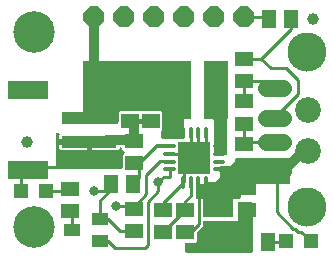
<source format=gbr>
G04 EAGLE Gerber RS-274X export*
G75*
%MOMM*%
%FSLAX34Y34*%
%LPD*%
%INTop Copper*%
%IPPOS*%
%AMOC8*
5,1,8,0,0,1.08239X$1,22.5*%
G01*
%ADD10R,2.700000X2.700000*%
%ADD11C,0.350000*%
%ADD12C,0.908000*%
%ADD13R,2.000000X5.000000*%
%ADD14R,1.500000X1.300000*%
%ADD15R,4.600000X1.000000*%
%ADD16R,3.400000X1.600000*%
%ADD17C,1.000000*%
%ADD18C,3.516000*%
%ADD19C,2.184400*%
%ADD20R,1.300000X1.500000*%
%ADD21C,1.458000*%
%ADD22C,3.316000*%
%ADD23R,1.200000X1.200000*%
%ADD24R,2.500000X1.950000*%
%ADD25P,1.924489X8X112.500000*%
%ADD26R,1.400000X1.000000*%
%ADD27C,0.406400*%
%ADD28C,0.254000*%
%ADD29C,0.800100*%
%ADD30C,0.812800*%
%ADD31C,0.304800*%

G36*
X151248Y100346D02*
X151248Y100346D01*
X151367Y100353D01*
X151405Y100366D01*
X151446Y100371D01*
X151556Y100414D01*
X151669Y100451D01*
X151704Y100473D01*
X151741Y100488D01*
X151837Y100558D01*
X151938Y100621D01*
X151966Y100651D01*
X151999Y100674D01*
X152075Y100766D01*
X152156Y100853D01*
X152176Y100888D01*
X152201Y100919D01*
X152252Y101027D01*
X152310Y101131D01*
X152320Y101171D01*
X152337Y101207D01*
X152359Y101324D01*
X152389Y101439D01*
X152393Y101500D01*
X152397Y101520D01*
X152395Y101540D01*
X152399Y101600D01*
X152399Y165100D01*
X152384Y165218D01*
X152377Y165337D01*
X152364Y165375D01*
X152359Y165416D01*
X152316Y165526D01*
X152279Y165639D01*
X152257Y165674D01*
X152242Y165711D01*
X152173Y165807D01*
X152109Y165908D01*
X152079Y165936D01*
X152056Y165969D01*
X151964Y166045D01*
X151877Y166126D01*
X151842Y166146D01*
X151811Y166171D01*
X151703Y166222D01*
X151599Y166280D01*
X151559Y166290D01*
X151523Y166307D01*
X151406Y166329D01*
X151291Y166359D01*
X151231Y166363D01*
X151211Y166367D01*
X151190Y166365D01*
X151130Y166369D01*
X68580Y166369D01*
X68462Y166354D01*
X68343Y166347D01*
X68305Y166334D01*
X68264Y166329D01*
X68154Y166286D01*
X68041Y166249D01*
X68006Y166227D01*
X67969Y166212D01*
X67873Y166143D01*
X67772Y166079D01*
X67744Y166049D01*
X67711Y166026D01*
X67636Y165934D01*
X67554Y165847D01*
X67534Y165812D01*
X67509Y165781D01*
X67458Y165673D01*
X67400Y165569D01*
X67390Y165529D01*
X67373Y165493D01*
X67351Y165376D01*
X67321Y165261D01*
X67317Y165201D01*
X67313Y165181D01*
X67315Y165160D01*
X67314Y165144D01*
X67313Y165143D01*
X67313Y165142D01*
X67311Y165100D01*
X67311Y114300D01*
X67326Y114182D01*
X67333Y114063D01*
X67346Y114025D01*
X67351Y113984D01*
X67394Y113874D01*
X67431Y113761D01*
X67453Y113726D01*
X67468Y113689D01*
X67538Y113593D01*
X67601Y113492D01*
X67631Y113464D01*
X67654Y113431D01*
X67746Y113356D01*
X67833Y113274D01*
X67868Y113254D01*
X67899Y113229D01*
X68007Y113178D01*
X68111Y113120D01*
X68151Y113110D01*
X68187Y113093D01*
X68304Y113071D01*
X68419Y113041D01*
X68480Y113037D01*
X68500Y113033D01*
X68520Y113035D01*
X68580Y113031D01*
X95878Y113031D01*
X95996Y113046D01*
X96115Y113053D01*
X96153Y113066D01*
X96194Y113071D01*
X96304Y113114D01*
X96417Y113151D01*
X96452Y113173D01*
X96489Y113188D01*
X96585Y113258D01*
X96686Y113321D01*
X96714Y113351D01*
X96747Y113374D01*
X96823Y113466D01*
X96904Y113553D01*
X96924Y113588D01*
X96949Y113619D01*
X97000Y113727D01*
X97058Y113831D01*
X97068Y113871D01*
X97085Y113907D01*
X97107Y114024D01*
X97137Y114139D01*
X97141Y114200D01*
X97145Y114220D01*
X97143Y114240D01*
X97147Y114300D01*
X97147Y122302D01*
X98338Y123493D01*
X115376Y123493D01*
X115450Y123476D01*
X115490Y123477D01*
X115530Y123471D01*
X115649Y123482D01*
X115768Y123486D01*
X115791Y123493D01*
X132802Y123493D01*
X133993Y122302D01*
X133993Y107618D01*
X133723Y107348D01*
X133662Y107270D01*
X133594Y107197D01*
X133565Y107144D01*
X133528Y107097D01*
X133488Y107006D01*
X133440Y106919D01*
X133425Y106860D01*
X133401Y106805D01*
X133386Y106707D01*
X133361Y106611D01*
X133355Y106511D01*
X133351Y106491D01*
X133353Y106478D01*
X133351Y106450D01*
X133351Y101600D01*
X133366Y101482D01*
X133373Y101363D01*
X133386Y101325D01*
X133391Y101284D01*
X133434Y101174D01*
X133471Y101061D01*
X133493Y101026D01*
X133508Y100989D01*
X133578Y100893D01*
X133641Y100792D01*
X133671Y100764D01*
X133694Y100731D01*
X133786Y100656D01*
X133873Y100574D01*
X133908Y100554D01*
X133939Y100529D01*
X134047Y100478D01*
X134151Y100420D01*
X134191Y100410D01*
X134227Y100393D01*
X134344Y100371D01*
X134459Y100341D01*
X134520Y100337D01*
X134540Y100333D01*
X134560Y100335D01*
X134620Y100331D01*
X151130Y100331D01*
X151248Y100346D01*
G37*
G36*
X199508Y49546D02*
X199508Y49546D01*
X199627Y49553D01*
X199665Y49566D01*
X199706Y49571D01*
X199816Y49614D01*
X199929Y49651D01*
X199964Y49673D01*
X200001Y49688D01*
X200097Y49758D01*
X200198Y49821D01*
X200226Y49851D01*
X200259Y49874D01*
X200335Y49966D01*
X200416Y50053D01*
X200436Y50088D01*
X200461Y50119D01*
X200512Y50227D01*
X200570Y50331D01*
X200580Y50371D01*
X200597Y50407D01*
X200619Y50524D01*
X200649Y50639D01*
X200653Y50700D01*
X200657Y50720D01*
X200655Y50740D01*
X200659Y50800D01*
X200659Y62231D01*
X241300Y62231D01*
X241418Y62246D01*
X241537Y62253D01*
X241575Y62266D01*
X241616Y62271D01*
X241726Y62314D01*
X241839Y62351D01*
X241874Y62373D01*
X241911Y62388D01*
X242007Y62458D01*
X242108Y62521D01*
X242136Y62551D01*
X242169Y62574D01*
X242245Y62666D01*
X242326Y62753D01*
X242346Y62788D01*
X242371Y62819D01*
X242422Y62927D01*
X242480Y63031D01*
X242490Y63071D01*
X242507Y63107D01*
X242529Y63224D01*
X242559Y63339D01*
X242563Y63400D01*
X242567Y63420D01*
X242565Y63440D01*
X242569Y63500D01*
X242569Y82550D01*
X242554Y82668D01*
X242547Y82787D01*
X242534Y82825D01*
X242529Y82866D01*
X242486Y82976D01*
X242449Y83089D01*
X242427Y83124D01*
X242412Y83161D01*
X242343Y83257D01*
X242279Y83358D01*
X242249Y83386D01*
X242226Y83419D01*
X242134Y83495D01*
X242047Y83576D01*
X242012Y83596D01*
X241981Y83621D01*
X241873Y83672D01*
X241769Y83730D01*
X241729Y83740D01*
X241693Y83757D01*
X241576Y83779D01*
X241461Y83809D01*
X241401Y83813D01*
X241381Y83817D01*
X241360Y83815D01*
X241300Y83819D01*
X196850Y83819D01*
X196732Y83804D01*
X196613Y83797D01*
X196575Y83784D01*
X196534Y83779D01*
X196424Y83736D01*
X196311Y83699D01*
X196276Y83677D01*
X196239Y83662D01*
X196143Y83593D01*
X196042Y83529D01*
X196014Y83499D01*
X195981Y83476D01*
X195906Y83384D01*
X195824Y83297D01*
X195804Y83262D01*
X195779Y83231D01*
X195728Y83123D01*
X195670Y83019D01*
X195660Y82979D01*
X195643Y82943D01*
X195621Y82826D01*
X195591Y82711D01*
X195587Y82651D01*
X195583Y82631D01*
X195584Y82616D01*
X195583Y82612D01*
X195584Y82601D01*
X195581Y82550D01*
X195581Y81806D01*
X191244Y77469D01*
X188245Y77469D01*
X188146Y77457D01*
X188047Y77454D01*
X187989Y77437D01*
X187929Y77429D01*
X187837Y77393D01*
X187742Y77365D01*
X187690Y77335D01*
X187633Y77312D01*
X187553Y77254D01*
X187541Y77247D01*
X184150Y77247D01*
X184032Y77232D01*
X183913Y77225D01*
X183875Y77212D01*
X183834Y77207D01*
X183724Y77164D01*
X183611Y77127D01*
X183576Y77105D01*
X183539Y77090D01*
X183443Y77021D01*
X183342Y76957D01*
X183314Y76927D01*
X183281Y76904D01*
X183206Y76812D01*
X183124Y76725D01*
X183104Y76690D01*
X183079Y76659D01*
X183028Y76551D01*
X182970Y76447D01*
X182960Y76407D01*
X182943Y76371D01*
X182921Y76254D01*
X182891Y76139D01*
X182887Y76079D01*
X182883Y76059D01*
X182885Y76038D01*
X182881Y75978D01*
X182881Y66566D01*
X178544Y62229D01*
X163830Y62229D01*
X163712Y62214D01*
X163593Y62207D01*
X163555Y62194D01*
X163514Y62189D01*
X163404Y62146D01*
X163291Y62109D01*
X163256Y62087D01*
X163219Y62072D01*
X163123Y62003D01*
X163022Y61939D01*
X162994Y61909D01*
X162961Y61886D01*
X162886Y61794D01*
X162804Y61707D01*
X162784Y61672D01*
X162759Y61641D01*
X162708Y61533D01*
X162650Y61429D01*
X162640Y61389D01*
X162623Y61353D01*
X162601Y61236D01*
X162571Y61121D01*
X162567Y61061D01*
X162563Y61041D01*
X162564Y61036D01*
X162563Y61035D01*
X162564Y61017D01*
X162561Y60960D01*
X162561Y50800D01*
X162576Y50682D01*
X162583Y50563D01*
X162596Y50525D01*
X162601Y50484D01*
X162644Y50374D01*
X162681Y50261D01*
X162703Y50226D01*
X162718Y50189D01*
X162788Y50093D01*
X162851Y49992D01*
X162881Y49964D01*
X162904Y49931D01*
X162996Y49856D01*
X163083Y49774D01*
X163118Y49754D01*
X163149Y49729D01*
X163257Y49678D01*
X163361Y49620D01*
X163401Y49610D01*
X163437Y49593D01*
X163554Y49571D01*
X163669Y49541D01*
X163730Y49537D01*
X163750Y49533D01*
X163770Y49535D01*
X163830Y49531D01*
X199390Y49531D01*
X199508Y49546D01*
G37*
G36*
X209668Y3826D02*
X209668Y3826D01*
X209787Y3833D01*
X209825Y3846D01*
X209866Y3851D01*
X209976Y3894D01*
X210089Y3931D01*
X210124Y3953D01*
X210161Y3968D01*
X210257Y4038D01*
X210358Y4101D01*
X210386Y4131D01*
X210419Y4154D01*
X210495Y4246D01*
X210576Y4333D01*
X210596Y4368D01*
X210621Y4399D01*
X210672Y4507D01*
X210730Y4611D01*
X210740Y4651D01*
X210757Y4687D01*
X210779Y4804D01*
X210809Y4919D01*
X210813Y4980D01*
X210817Y5000D01*
X210815Y5020D01*
X210819Y5080D01*
X210819Y45720D01*
X210804Y45838D01*
X210797Y45957D01*
X210784Y45995D01*
X210779Y46036D01*
X210736Y46146D01*
X210699Y46259D01*
X210677Y46294D01*
X210662Y46331D01*
X210593Y46427D01*
X210529Y46528D01*
X210499Y46556D01*
X210476Y46589D01*
X210384Y46665D01*
X210297Y46746D01*
X210262Y46766D01*
X210231Y46791D01*
X210123Y46842D01*
X210019Y46900D01*
X209979Y46910D01*
X209943Y46927D01*
X209826Y46949D01*
X209711Y46979D01*
X209651Y46983D01*
X209631Y46987D01*
X209610Y46985D01*
X209550Y46989D01*
X199390Y46989D01*
X199272Y46974D01*
X199153Y46967D01*
X199115Y46954D01*
X199074Y46949D01*
X198964Y46906D01*
X198851Y46869D01*
X198816Y46847D01*
X198779Y46832D01*
X198683Y46763D01*
X198582Y46699D01*
X198554Y46669D01*
X198521Y46646D01*
X198446Y46554D01*
X198364Y46467D01*
X198344Y46432D01*
X198319Y46401D01*
X198268Y46293D01*
X198210Y46189D01*
X198200Y46149D01*
X198183Y46113D01*
X198161Y45996D01*
X198131Y45881D01*
X198127Y45821D01*
X198123Y45801D01*
X198124Y45782D01*
X198123Y45777D01*
X198124Y45768D01*
X198121Y45720D01*
X198121Y30479D01*
X169672Y30479D01*
X169554Y30464D01*
X169435Y30457D01*
X169397Y30444D01*
X169356Y30439D01*
X169246Y30396D01*
X169133Y30359D01*
X169098Y30337D01*
X169061Y30322D01*
X168965Y30253D01*
X168864Y30189D01*
X168836Y30159D01*
X168803Y30136D01*
X168727Y30044D01*
X168646Y29957D01*
X168626Y29922D01*
X168601Y29891D01*
X168550Y29783D01*
X168492Y29679D01*
X168482Y29639D01*
X168465Y29603D01*
X168443Y29486D01*
X168413Y29371D01*
X168409Y29311D01*
X168405Y29291D01*
X168406Y29280D01*
X168405Y29276D01*
X168406Y29263D01*
X168403Y29210D01*
X168403Y26572D01*
X163574Y21744D01*
X163514Y21665D01*
X163446Y21593D01*
X163417Y21540D01*
X163380Y21492D01*
X163340Y21401D01*
X163292Y21315D01*
X163277Y21256D01*
X163253Y21201D01*
X163238Y21103D01*
X163213Y21007D01*
X163207Y20907D01*
X163203Y20887D01*
X163205Y20874D01*
X163203Y20846D01*
X163203Y13638D01*
X162012Y12447D01*
X154940Y12447D01*
X154822Y12432D01*
X154703Y12425D01*
X154665Y12412D01*
X154624Y12407D01*
X154514Y12364D01*
X154401Y12327D01*
X154366Y12305D01*
X154329Y12290D01*
X154233Y12221D01*
X154132Y12157D01*
X154104Y12127D01*
X154071Y12104D01*
X153996Y12012D01*
X153914Y11925D01*
X153894Y11890D01*
X153869Y11859D01*
X153818Y11751D01*
X153760Y11647D01*
X153750Y11607D01*
X153733Y11571D01*
X153711Y11454D01*
X153681Y11339D01*
X153677Y11279D01*
X153673Y11259D01*
X153675Y11238D01*
X153671Y11178D01*
X153671Y5080D01*
X153686Y4962D01*
X153693Y4843D01*
X153706Y4805D01*
X153711Y4764D01*
X153754Y4654D01*
X153791Y4541D01*
X153813Y4506D01*
X153828Y4469D01*
X153898Y4373D01*
X153961Y4272D01*
X153991Y4244D01*
X154014Y4211D01*
X154106Y4136D01*
X154193Y4054D01*
X154228Y4034D01*
X154259Y4009D01*
X154367Y3958D01*
X154471Y3900D01*
X154511Y3890D01*
X154547Y3873D01*
X154664Y3851D01*
X154779Y3821D01*
X154840Y3817D01*
X154860Y3813D01*
X154880Y3815D01*
X154940Y3811D01*
X209550Y3811D01*
X209668Y3826D01*
G37*
G36*
X99806Y74946D02*
X99806Y74946D01*
X99925Y74953D01*
X99963Y74966D01*
X100004Y74971D01*
X100114Y75014D01*
X100227Y75051D01*
X100262Y75073D01*
X100299Y75088D01*
X100395Y75158D01*
X100496Y75221D01*
X100524Y75251D01*
X100557Y75274D01*
X100633Y75366D01*
X100714Y75453D01*
X100734Y75488D01*
X100759Y75519D01*
X100810Y75627D01*
X100868Y75731D01*
X100878Y75771D01*
X100895Y75807D01*
X100917Y75924D01*
X100947Y76039D01*
X100951Y76100D01*
X100955Y76120D01*
X100953Y76140D01*
X100957Y76200D01*
X100957Y86742D01*
X101942Y87726D01*
X102019Y87826D01*
X102101Y87921D01*
X102116Y87951D01*
X102137Y87978D01*
X102187Y88093D01*
X102243Y88206D01*
X102250Y88239D01*
X102263Y88270D01*
X102283Y88394D01*
X102309Y88517D01*
X102308Y88550D01*
X102313Y88584D01*
X102301Y88709D01*
X102296Y88834D01*
X102286Y88867D01*
X102283Y88900D01*
X102241Y89019D01*
X102204Y89139D01*
X102187Y89168D01*
X102176Y89200D01*
X102105Y89304D01*
X102040Y89411D01*
X102016Y89435D01*
X101997Y89463D01*
X101903Y89546D01*
X101813Y89634D01*
X101772Y89661D01*
X101759Y89673D01*
X101739Y89683D01*
X101679Y89723D01*
X101430Y89867D01*
X100957Y90340D01*
X100622Y90919D01*
X100449Y91566D01*
X100449Y91740D01*
X100430Y91890D01*
X100413Y92042D01*
X100410Y92048D01*
X100409Y92055D01*
X100354Y92196D01*
X100299Y92339D01*
X100295Y92345D01*
X100292Y92351D01*
X100203Y92473D01*
X100115Y92598D01*
X100109Y92603D01*
X100106Y92608D01*
X99987Y92706D01*
X99872Y92804D01*
X99866Y92807D01*
X99861Y92811D01*
X99722Y92876D01*
X99586Y92942D01*
X99579Y92944D01*
X99573Y92946D01*
X99424Y92975D01*
X99274Y93005D01*
X99267Y93005D01*
X99261Y93006D01*
X99110Y92997D01*
X98956Y92989D01*
X98950Y92987D01*
X98943Y92986D01*
X98799Y92940D01*
X98653Y92894D01*
X98647Y92891D01*
X98641Y92888D01*
X98511Y92807D01*
X98382Y92727D01*
X98378Y92722D01*
X98372Y92718D01*
X98267Y92607D01*
X98162Y92497D01*
X98159Y92492D01*
X98154Y92487D01*
X98081Y92354D01*
X98005Y92221D01*
X98003Y92212D01*
X98000Y92208D01*
X97998Y92198D01*
X97954Y92068D01*
X97928Y91969D01*
X97593Y91390D01*
X97120Y90917D01*
X96541Y90582D01*
X95894Y90409D01*
X75059Y90409D01*
X75059Y95451D01*
X99180Y95451D01*
X99298Y95466D01*
X99417Y95473D01*
X99455Y95485D01*
X99496Y95491D01*
X99606Y95534D01*
X99719Y95571D01*
X99754Y95593D01*
X99791Y95608D01*
X99887Y95677D01*
X99988Y95741D01*
X100016Y95771D01*
X100049Y95794D01*
X100104Y95861D01*
X109220Y95861D01*
X109338Y95876D01*
X109457Y95883D01*
X109495Y95896D01*
X109535Y95901D01*
X109646Y95944D01*
X109759Y95981D01*
X109794Y96003D01*
X109831Y96018D01*
X109927Y96088D01*
X110028Y96151D01*
X110056Y96181D01*
X110088Y96205D01*
X110164Y96296D01*
X110246Y96383D01*
X110265Y96418D01*
X110291Y96449D01*
X110342Y96557D01*
X110399Y96661D01*
X110410Y96701D01*
X110427Y96737D01*
X110449Y96854D01*
X110479Y96969D01*
X110483Y97030D01*
X110487Y97050D01*
X110485Y97070D01*
X110489Y97130D01*
X110489Y99670D01*
X110474Y99788D01*
X110467Y99907D01*
X110454Y99945D01*
X110449Y99985D01*
X110405Y100096D01*
X110369Y100209D01*
X110347Y100244D01*
X110332Y100281D01*
X110262Y100377D01*
X110199Y100478D01*
X110169Y100506D01*
X110145Y100538D01*
X110054Y100614D01*
X109967Y100696D01*
X109932Y100715D01*
X109900Y100741D01*
X109793Y100792D01*
X109689Y100849D01*
X109649Y100860D01*
X109613Y100877D01*
X109496Y100899D01*
X109381Y100929D01*
X109320Y100933D01*
X109300Y100937D01*
X109280Y100935D01*
X109220Y100939D01*
X99370Y100939D01*
X99252Y100924D01*
X99133Y100917D01*
X99095Y100904D01*
X99054Y100899D01*
X98944Y100855D01*
X98831Y100819D01*
X98796Y100797D01*
X98759Y100782D01*
X98663Y100712D01*
X98562Y100649D01*
X98534Y100619D01*
X98501Y100595D01*
X98425Y100504D01*
X98374Y100449D01*
X73790Y100449D01*
X73672Y100434D01*
X73553Y100427D01*
X73515Y100414D01*
X73475Y100409D01*
X73364Y100366D01*
X73251Y100329D01*
X73217Y100307D01*
X73179Y100292D01*
X73083Y100223D01*
X72982Y100159D01*
X72954Y100129D01*
X72922Y100106D01*
X72846Y100014D01*
X72764Y99927D01*
X72745Y99892D01*
X72719Y99861D01*
X72668Y99753D01*
X72611Y99649D01*
X72601Y99609D01*
X72583Y99573D01*
X72563Y99466D01*
X72559Y99496D01*
X72515Y99606D01*
X72479Y99719D01*
X72457Y99754D01*
X72442Y99791D01*
X72372Y99887D01*
X72309Y99988D01*
X72279Y100016D01*
X72255Y100049D01*
X72164Y100125D01*
X72077Y100206D01*
X72042Y100226D01*
X72010Y100251D01*
X71903Y100302D01*
X71798Y100360D01*
X71759Y100370D01*
X71723Y100387D01*
X71606Y100409D01*
X71490Y100439D01*
X71430Y100443D01*
X71410Y100447D01*
X71390Y100445D01*
X71330Y100449D01*
X47019Y100449D01*
X47019Y103284D01*
X47160Y103811D01*
X47178Y103936D01*
X47201Y104060D01*
X47199Y104093D01*
X47204Y104127D01*
X47189Y104252D01*
X47181Y104377D01*
X47171Y104409D01*
X47167Y104442D01*
X47122Y104560D01*
X47083Y104679D01*
X47065Y104708D01*
X47053Y104739D01*
X46981Y104842D01*
X46913Y104948D01*
X46889Y104971D01*
X46869Y104999D01*
X46773Y105080D01*
X46682Y105166D01*
X46652Y105182D01*
X46626Y105204D01*
X46513Y105259D01*
X46403Y105320D01*
X46370Y105328D01*
X46340Y105343D01*
X46217Y105368D01*
X46095Y105399D01*
X46046Y105402D01*
X46028Y105406D01*
X46007Y105405D01*
X45934Y105409D01*
X45720Y105409D01*
X45602Y105394D01*
X45483Y105387D01*
X45445Y105374D01*
X45404Y105369D01*
X45294Y105326D01*
X45181Y105289D01*
X45146Y105267D01*
X45109Y105252D01*
X45013Y105183D01*
X44912Y105119D01*
X44884Y105089D01*
X44851Y105066D01*
X44776Y104974D01*
X44694Y104887D01*
X44674Y104852D01*
X44649Y104821D01*
X44598Y104713D01*
X44540Y104609D01*
X44530Y104569D01*
X44513Y104533D01*
X44491Y104416D01*
X44461Y104301D01*
X44457Y104241D01*
X44453Y104221D01*
X44454Y104208D01*
X44453Y104204D01*
X44454Y104192D01*
X44451Y104140D01*
X44451Y76200D01*
X44466Y76082D01*
X44473Y75963D01*
X44486Y75925D01*
X44491Y75884D01*
X44534Y75774D01*
X44571Y75661D01*
X44593Y75626D01*
X44608Y75589D01*
X44678Y75493D01*
X44741Y75392D01*
X44771Y75364D01*
X44794Y75331D01*
X44886Y75256D01*
X44973Y75174D01*
X45008Y75154D01*
X45039Y75129D01*
X45147Y75078D01*
X45251Y75020D01*
X45291Y75010D01*
X45327Y74993D01*
X45444Y74971D01*
X45559Y74941D01*
X45620Y74937D01*
X45640Y74933D01*
X45660Y74935D01*
X45720Y74931D01*
X99688Y74931D01*
X99806Y74946D01*
G37*
G36*
X188078Y86376D02*
X188078Y86376D01*
X188197Y86383D01*
X188235Y86396D01*
X188276Y86401D01*
X188386Y86444D01*
X188499Y86481D01*
X188534Y86503D01*
X188571Y86518D01*
X188667Y86588D01*
X188768Y86651D01*
X188796Y86681D01*
X188829Y86704D01*
X188905Y86796D01*
X188986Y86883D01*
X189006Y86918D01*
X189031Y86949D01*
X189082Y87057D01*
X189140Y87161D01*
X189150Y87201D01*
X189167Y87237D01*
X189189Y87354D01*
X189219Y87469D01*
X189223Y87530D01*
X189227Y87550D01*
X189225Y87570D01*
X189229Y87630D01*
X189229Y160020D01*
X189214Y160138D01*
X189207Y160257D01*
X189194Y160295D01*
X189189Y160336D01*
X189146Y160446D01*
X189109Y160559D01*
X189087Y160594D01*
X189072Y160631D01*
X189003Y160727D01*
X188939Y160828D01*
X188909Y160856D01*
X188886Y160889D01*
X188794Y160965D01*
X188707Y161046D01*
X188672Y161066D01*
X188641Y161091D01*
X188533Y161142D01*
X188429Y161200D01*
X188389Y161210D01*
X188353Y161227D01*
X188236Y161249D01*
X188121Y161279D01*
X188061Y161283D01*
X188041Y161287D01*
X188020Y161285D01*
X187960Y161289D01*
X173990Y161289D01*
X173872Y161274D01*
X173753Y161267D01*
X173715Y161254D01*
X173674Y161249D01*
X173564Y161206D01*
X173451Y161169D01*
X173416Y161147D01*
X173379Y161132D01*
X173283Y161063D01*
X173182Y160999D01*
X173154Y160969D01*
X173121Y160946D01*
X173046Y160854D01*
X172964Y160767D01*
X172944Y160732D01*
X172919Y160701D01*
X172868Y160593D01*
X172810Y160489D01*
X172800Y160449D01*
X172783Y160413D01*
X172761Y160296D01*
X172731Y160181D01*
X172727Y160121D01*
X172723Y160101D01*
X172725Y160080D01*
X172721Y160020D01*
X172721Y121920D01*
X172733Y121822D01*
X172736Y121723D01*
X172753Y121665D01*
X172761Y121604D01*
X172797Y121512D01*
X172825Y121417D01*
X172855Y121365D01*
X172878Y121309D01*
X172936Y121229D01*
X172986Y121143D01*
X173031Y121092D01*
X173032Y121092D01*
X173032Y121091D01*
X173052Y121068D01*
X173064Y121051D01*
X173074Y121044D01*
X173093Y121023D01*
X177801Y116314D01*
X177801Y87630D01*
X177816Y87512D01*
X177823Y87393D01*
X177836Y87355D01*
X177841Y87314D01*
X177884Y87204D01*
X177921Y87091D01*
X177943Y87056D01*
X177958Y87019D01*
X178028Y86923D01*
X178091Y86822D01*
X178121Y86794D01*
X178144Y86761D01*
X178236Y86686D01*
X178323Y86604D01*
X178358Y86584D01*
X178389Y86559D01*
X178497Y86508D01*
X178601Y86450D01*
X178641Y86440D01*
X178677Y86423D01*
X178794Y86401D01*
X178909Y86371D01*
X178970Y86367D01*
X178990Y86363D01*
X179010Y86365D01*
X179070Y86361D01*
X187960Y86361D01*
X188078Y86376D01*
G37*
%LPC*%
G36*
X49226Y90409D02*
X49226Y90409D01*
X48579Y90582D01*
X48000Y90917D01*
X47527Y91390D01*
X47192Y91969D01*
X47019Y92616D01*
X47019Y95451D01*
X70061Y95451D01*
X70061Y90409D01*
X49226Y90409D01*
G37*
%LPD*%
D10*
X161430Y84280D03*
D11*
X178930Y74530D02*
X185930Y74530D01*
X185930Y81030D02*
X178930Y81030D01*
X178930Y87530D02*
X185930Y87530D01*
X185930Y94030D02*
X178930Y94030D01*
X171180Y101780D02*
X171180Y108780D01*
X164680Y108780D02*
X164680Y101780D01*
X158180Y101780D02*
X158180Y108780D01*
X151680Y108780D02*
X151680Y101780D01*
X143930Y94030D02*
X136930Y94030D01*
X136930Y87530D02*
X143930Y87530D01*
X143930Y81030D02*
X136930Y81030D01*
X136930Y74530D02*
X143930Y74530D01*
X151680Y66780D02*
X151680Y59780D01*
X158180Y59780D02*
X158180Y66780D01*
X164680Y66780D02*
X164680Y59780D01*
X171180Y59780D02*
X171180Y66780D01*
D12*
X161430Y84280D03*
X170430Y75280D03*
X152430Y75280D03*
X152430Y93280D03*
X170430Y93280D03*
D13*
X148010Y141260D03*
X180010Y141260D03*
D14*
X106680Y133960D03*
X106680Y114960D03*
D15*
X72560Y97950D03*
X72560Y117950D03*
D16*
X20560Y73950D03*
X20560Y141950D03*
D14*
X205740Y59030D03*
X205740Y40030D03*
D17*
X19280Y97550D03*
D18*
X25400Y190500D03*
X25400Y25400D03*
D19*
X257810Y124680D03*
X257810Y89680D03*
D14*
X203700Y95870D03*
X203700Y76870D03*
X203520Y113030D03*
X203520Y132030D03*
D20*
X243180Y201930D03*
X224180Y201930D03*
D14*
X203200Y168250D03*
X203200Y149250D03*
D21*
X222150Y97950D02*
X236730Y97950D01*
X236730Y117950D02*
X222150Y117950D01*
X222150Y72950D02*
X236730Y72950D01*
X236730Y142950D02*
X222150Y142950D01*
D22*
X256540Y42250D03*
X256540Y173650D03*
D23*
X239010Y13650D03*
X260010Y13650D03*
D20*
X224130Y12700D03*
X205130Y12700D03*
D14*
X110160Y22240D03*
X110160Y41240D03*
X124460Y133960D03*
X124460Y114960D03*
X153670Y39980D03*
X153670Y20980D03*
X134620Y39980D03*
X134620Y20980D03*
X110490Y98400D03*
X110490Y79400D03*
D20*
X109830Y62230D03*
X90830Y62230D03*
D24*
X181610Y43190D03*
X181610Y12690D03*
D25*
X76200Y203200D03*
X101600Y203200D03*
X127000Y203200D03*
X152400Y203200D03*
X177800Y203200D03*
X203200Y203200D03*
D23*
X14900Y55880D03*
X35900Y55880D03*
D14*
X55880Y57760D03*
X55880Y38760D03*
D26*
X57850Y22860D03*
X81850Y32360D03*
X81850Y13360D03*
D17*
X261620Y201930D03*
D27*
X124460Y114960D02*
X106680Y114960D01*
D28*
X152430Y93280D02*
X156510Y89200D01*
X161430Y84280D01*
X166210Y89060D01*
X170430Y93280D01*
X161430Y84280D02*
X170430Y75280D01*
X152430Y64030D02*
X151680Y63280D01*
X152430Y64030D02*
X152430Y75280D01*
X161430Y84280D01*
X158180Y87530D02*
X140430Y87530D01*
X158180Y87530D02*
X161430Y84280D01*
X171180Y94030D02*
X171180Y105280D01*
X171180Y94030D02*
X170430Y93280D01*
X158180Y90870D02*
X158180Y105280D01*
X158180Y90870D02*
X156510Y89200D01*
X164680Y90590D02*
X164680Y105280D01*
X164680Y90590D02*
X166210Y89060D01*
D29*
X73660Y83820D03*
X181610Y26670D03*
X50800Y83820D03*
X62230Y83820D03*
X162560Y7620D03*
D30*
X104620Y98880D02*
X87020Y98880D01*
D28*
X14900Y55880D02*
X14900Y53000D01*
X14900Y55880D02*
X14900Y70780D01*
X20320Y76200D01*
X48260Y76200D01*
X203200Y132350D02*
X203520Y132030D01*
X203200Y132350D02*
X203200Y149250D01*
X223140Y149250D01*
X229440Y142950D01*
D30*
X110490Y111150D02*
X106680Y114960D01*
X110490Y111150D02*
X110490Y98400D01*
D28*
X151680Y63280D02*
X134620Y46220D01*
X134620Y39980D01*
D29*
X205740Y26670D03*
D31*
X140430Y94030D02*
X129590Y94030D01*
X114960Y79400D01*
X110490Y79400D01*
D28*
X114300Y75590D01*
X114300Y66700D01*
X109830Y62230D01*
X182430Y74530D02*
X186500Y70460D01*
X179320Y63280D02*
X171180Y63280D01*
X179320Y63280D02*
X186500Y70460D01*
D30*
X215900Y70460D02*
X224410Y70460D01*
D28*
X218440Y67920D02*
X215900Y70460D01*
D31*
X164680Y63280D02*
X164680Y57570D01*
D28*
X203200Y203200D02*
X222910Y203200D01*
X224180Y201930D01*
D30*
X230000Y69850D02*
X233680Y69850D01*
D28*
X165100Y54610D02*
X165100Y27940D01*
X158140Y20980D01*
X153670Y20980D01*
D30*
X233680Y69850D02*
X253510Y89680D01*
X257810Y89680D01*
D28*
X231140Y38100D02*
X245110Y24130D01*
X231140Y38100D02*
X231140Y71250D01*
X229440Y72950D01*
X245110Y24130D02*
X246380Y24130D01*
X248920Y21590D01*
X252070Y21590D01*
X260010Y13650D01*
X243180Y193650D02*
X243180Y201930D01*
X243180Y193650D02*
X217780Y168250D01*
X203200Y168250D01*
X227170Y117950D02*
X229440Y117950D01*
X248920Y138430D02*
X248920Y149860D01*
X238760Y160020D01*
X226010Y160020D01*
X217780Y168250D01*
X248920Y138430D02*
X229440Y118950D01*
X229440Y117950D01*
X205780Y97950D02*
X203700Y95870D01*
X205780Y97950D02*
X229440Y97950D01*
X203700Y112850D02*
X203520Y113030D01*
X203700Y112850D02*
X203700Y95870D01*
D27*
X133470Y150020D02*
X130810Y150020D01*
D30*
X124460Y133960D02*
X106680Y133960D01*
X76200Y121420D02*
X76200Y203200D01*
D28*
X76200Y55880D02*
X87020Y55880D01*
D29*
X76200Y55880D03*
X93980Y147320D03*
D28*
X98320Y22240D02*
X110160Y22240D01*
X92710Y135560D02*
X92710Y146050D01*
X88200Y54700D02*
X81850Y48350D01*
X88200Y32360D02*
X98320Y22240D01*
X87020Y55880D02*
X87020Y58420D01*
X90830Y62230D01*
X88200Y59600D02*
X88200Y54700D01*
X88200Y59600D02*
X90830Y62230D01*
X81850Y48350D02*
X81850Y32360D01*
X88200Y32360D01*
X224130Y12700D02*
X234880Y12700D01*
X235830Y13650D01*
X239010Y13650D01*
X132080Y81280D02*
X120650Y69850D01*
X132080Y81280D02*
X140180Y81280D01*
X140430Y81030D01*
X120650Y69850D02*
X120650Y53340D01*
X108550Y41240D01*
X110160Y41240D01*
D29*
X95250Y43180D03*
D28*
X108220Y43180D01*
X110160Y41240D01*
X158180Y52110D02*
X158180Y63280D01*
X158180Y52110D02*
X153670Y47600D01*
X153670Y39980D01*
X152400Y38710D01*
X134670Y20980D02*
X134620Y20980D01*
X134670Y20980D02*
X153670Y39980D01*
X140430Y68040D02*
X140430Y74530D01*
D29*
X130810Y63500D03*
D28*
X135350Y68040D02*
X140430Y68040D01*
X135350Y68040D02*
X130810Y63500D01*
X130810Y55880D01*
X121920Y46990D01*
X121920Y10160D01*
X119380Y7620D01*
X93940Y7620D01*
X88200Y13360D01*
X81850Y13360D01*
X54000Y55880D02*
X35900Y55880D01*
X54000Y55880D02*
X55880Y57760D01*
X55880Y38760D02*
X57850Y36790D01*
X57850Y22860D01*
M02*

</source>
